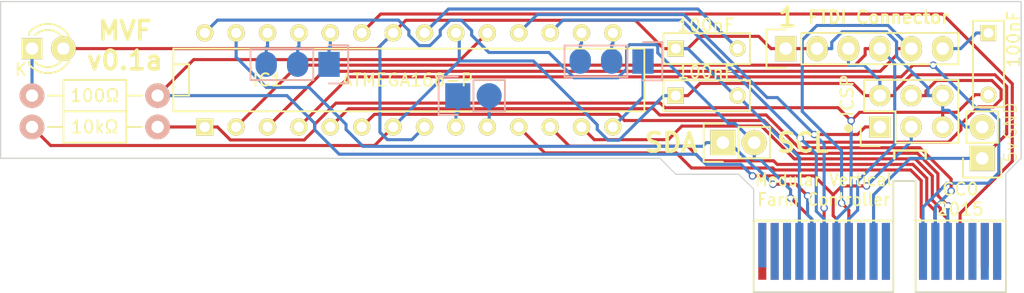
<source format=kicad_pcb>
(kicad_pcb (version 4) (host pcbnew "(2015-05-30 BZR 5691)-product")

  (general
    (links 53)
    (no_connects 0)
    (area 93.273999 108.99 179.211619 132.998461)
    (thickness 1.6)
    (drawings 30)
    (tracks 336)
    (zones 0)
    (modules 15)
    (nets 48)
  )

  (page USLetter)
  (layers
    (0 F.Cu signal)
    (31 B.Cu signal)
    (32 B.Adhes user)
    (33 F.Adhes user)
    (34 B.Paste user)
    (35 F.Paste user)
    (36 B.SilkS user)
    (37 F.SilkS user)
    (38 B.Mask user)
    (39 F.Mask user)
    (40 Dwgs.User user)
    (41 Cmts.User user)
    (42 Eco1.User user)
    (43 Eco2.User user)
    (44 Edge.Cuts user)
    (45 Margin user)
    (46 B.CrtYd user)
    (47 F.CrtYd user)
    (48 B.Fab user)
    (49 F.Fab user)
  )

  (setup
    (last_trace_width 0.25)
    (trace_clearance 0.17)
    (zone_clearance 0.508)
    (zone_45_only no)
    (trace_min 0.2)
    (segment_width 0.2)
    (edge_width 0.1)
    (via_size 0.5)
    (via_drill 0.4)
    (via_min_size 0.4)
    (via_min_drill 0.3)
    (uvia_size 0.3)
    (uvia_drill 0.1)
    (uvias_allowed no)
    (uvia_min_size 0.2)
    (uvia_min_drill 0.1)
    (pcb_text_width 0.3)
    (pcb_text_size 1.5 1.5)
    (mod_edge_width 0.15)
    (mod_text_size 1 1)
    (mod_text_width 0.15)
    (pad_size 1.5 1.5)
    (pad_drill 0.6)
    (pad_to_mask_clearance 0)
    (aux_axis_origin 93.218 109.22)
    (grid_origin 93.218 109.22)
    (visible_elements FFFFFF7F)
    (pcbplotparams
      (layerselection 0x010f0_80000001)
      (usegerberextensions true)
      (excludeedgelayer true)
      (linewidth 0.020000)
      (plotframeref false)
      (viasonmask false)
      (mode 1)
      (useauxorigin false)
      (hpglpennumber 1)
      (hpglpenspeed 20)
      (hpglpendiameter 15)
      (hpglpenoverlay 2)
      (psnegative false)
      (psa4output false)
      (plotreference true)
      (plotvalue true)
      (plotinvisibletext false)
      (padsonsilk false)
      (subtractmaskfromsilk false)
      (outputformat 1)
      (mirror false)
      (drillshape 0)
      (scaleselection 1)
      (outputdirectory ../../../Desktop/module_gerber/))
  )

  (net 0 "")
  (net 1 GND)
  (net 2 "Net-(C1-Pad2)")
  (net 3 VCC)
  (net 4 "Net-(C3-Pad1)")
  (net 5 "Net-(C3-Pad2)")
  (net 6 "Net-(D1-Pad1)")
  (net 7 "Net-(IC1-Pad2)")
  (net 8 "Net-(IC1-Pad3)")
  (net 9 "Net-(IC1-Pad4)")
  (net 10 "Net-(IC1-Pad5)")
  (net 11 "Net-(IC1-Pad6)")
  (net 12 "Net-(IC1-Pad9)")
  (net 13 "Net-(IC1-Pad10)")
  (net 14 "Net-(IC1-Pad11)")
  (net 15 "Net-(IC1-Pad12)")
  (net 16 "Net-(IC1-Pad13)")
  (net 17 "Net-(IC1-Pad14)")
  (net 18 "Net-(IC1-Pad15)")
  (net 19 "Net-(IC1-Pad16)")
  (net 20 "Net-(IC1-Pad17)")
  (net 21 "Net-(IC1-Pad18)")
  (net 22 "Net-(IC1-Pad19)")
  (net 23 "Net-(IC1-Pad23)")
  (net 24 "Net-(IC1-Pad24)")
  (net 25 "Net-(IC1-Pad25)")
  (net 26 "Net-(IC1-Pad26)")
  (net 27 "Net-(IC1-Pad27)")
  (net 28 "Net-(IC1-Pad28)")
  (net 29 "Net-(J1-PadB1)")
  (net 30 "Net-(J1-PadB2)")
  (net 31 "Net-(J1-PadB3)")
  (net 32 "Net-(J1-PadB4)")
  (net 33 "Net-(J1-PadB9)")
  (net 34 "Net-(J1-PadB10)")
  (net 35 "Net-(J1-PadB11)")
  (net 36 "Net-(J1-PadB16)")
  (net 37 "Net-(J1-PadB17)")
  (net 38 "Net-(J1-PadB18)")
  (net 39 +12V)
  (net 40 "Net-(J1-PadA2)")
  (net 41 "Net-(J1-PadA3)")
  (net 42 "Net-(J1-PadA9)")
  (net 43 "Net-(J1-PadA11)")
  (net 44 "Net-(J1-PadA15)")
  (net 45 "Net-(J1-PadA16)")
  (net 46 "Net-(J1-PadA17)")
  (net 47 "Net-(J1-PadA18)")

  (net_class Default "This is the default net class."
    (clearance 0.17)
    (trace_width 0.25)
    (via_dia 0.5)
    (via_drill 0.4)
    (uvia_dia 0.3)
    (uvia_drill 0.1)
    (add_net +12V)
    (add_net GND)
    (add_net "Net-(C1-Pad2)")
    (add_net "Net-(C3-Pad1)")
    (add_net "Net-(C3-Pad2)")
    (add_net "Net-(D1-Pad1)")
    (add_net "Net-(IC1-Pad10)")
    (add_net "Net-(IC1-Pad11)")
    (add_net "Net-(IC1-Pad12)")
    (add_net "Net-(IC1-Pad13)")
    (add_net "Net-(IC1-Pad14)")
    (add_net "Net-(IC1-Pad15)")
    (add_net "Net-(IC1-Pad16)")
    (add_net "Net-(IC1-Pad17)")
    (add_net "Net-(IC1-Pad18)")
    (add_net "Net-(IC1-Pad19)")
    (add_net "Net-(IC1-Pad2)")
    (add_net "Net-(IC1-Pad23)")
    (add_net "Net-(IC1-Pad24)")
    (add_net "Net-(IC1-Pad25)")
    (add_net "Net-(IC1-Pad26)")
    (add_net "Net-(IC1-Pad27)")
    (add_net "Net-(IC1-Pad28)")
    (add_net "Net-(IC1-Pad3)")
    (add_net "Net-(IC1-Pad4)")
    (add_net "Net-(IC1-Pad5)")
    (add_net "Net-(IC1-Pad6)")
    (add_net "Net-(IC1-Pad9)")
    (add_net "Net-(J1-PadA11)")
    (add_net "Net-(J1-PadA15)")
    (add_net "Net-(J1-PadA16)")
    (add_net "Net-(J1-PadA17)")
    (add_net "Net-(J1-PadA18)")
    (add_net "Net-(J1-PadA2)")
    (add_net "Net-(J1-PadA3)")
    (add_net "Net-(J1-PadA9)")
    (add_net "Net-(J1-PadB1)")
    (add_net "Net-(J1-PadB10)")
    (add_net "Net-(J1-PadB11)")
    (add_net "Net-(J1-PadB16)")
    (add_net "Net-(J1-PadB17)")
    (add_net "Net-(J1-PadB18)")
    (add_net "Net-(J1-PadB2)")
    (add_net "Net-(J1-PadB3)")
    (add_net "Net-(J1-PadB4)")
    (add_net "Net-(J1-PadB9)")
    (add_net VCC)
  )

  (module Capacitors_ThroughHole:C_Rect_L7_W2.5_P5 (layer F.Cu) (tedit 553D58E0) (tstamp 553D0F41)
    (at 147.934 113.024)
    (descr "Film Capacitor Length 7mm x Width 2.5mm, Pitch 5mm")
    (tags Capacitor)
    (path /553C1C2E)
    (fp_text reference C1 (at 2.5 -2.5) (layer F.SilkS) hide
      (effects (font (size 1 1) (thickness 0.15)))
    )
    (fp_text value 100nF (at 2.434 -1.899) (layer F.SilkS)
      (effects (font (size 1 1) (thickness 0.15)))
    )
    (fp_line (start -1.25 -1.5) (end 6.25 -1.5) (layer F.CrtYd) (width 0.05))
    (fp_line (start 6.25 -1.5) (end 6.25 1.5) (layer F.CrtYd) (width 0.05))
    (fp_line (start 6.25 1.5) (end -1.25 1.5) (layer F.CrtYd) (width 0.05))
    (fp_line (start -1.25 1.5) (end -1.25 -1.5) (layer F.CrtYd) (width 0.05))
    (fp_line (start -1 -1.25) (end 6 -1.25) (layer F.SilkS) (width 0.15))
    (fp_line (start 6 -1.25) (end 6 1.25) (layer F.SilkS) (width 0.15))
    (fp_line (start 6 1.25) (end -1 1.25) (layer F.SilkS) (width 0.15))
    (fp_line (start -1 1.25) (end -1 -1.25) (layer F.SilkS) (width 0.15))
    (pad 1 thru_hole rect (at 0 0) (size 1.3 1.3) (drill 0.8) (layers *.Cu *.Mask F.SilkS)
      (net 1 GND))
    (pad 2 thru_hole circle (at 5 0) (size 1.3 1.3) (drill 0.8) (layers *.Cu *.Mask F.SilkS)
      (net 2 "Net-(C1-Pad2)"))
  )

  (module Capacitors_ThroughHole:C_Rect_L7_W2.5_P5 (layer F.Cu) (tedit 553D6A04) (tstamp 553D0F47)
    (at 147.934 116.834)
    (descr "Film Capacitor Length 7mm x Width 2.5mm, Pitch 5mm")
    (tags Capacitor)
    (path /553C1CE3)
    (fp_text reference C2 (at 2.5 -2.5) (layer F.SilkS) hide
      (effects (font (size 1 1) (thickness 0.15)))
    )
    (fp_text value 100nF (at 2.434 -1.899) (layer F.SilkS)
      (effects (font (size 1 1) (thickness 0.15)))
    )
    (fp_line (start -1.25 -1.5) (end 6.25 -1.5) (layer F.CrtYd) (width 0.05))
    (fp_line (start 6.25 -1.5) (end 6.25 1.5) (layer F.CrtYd) (width 0.05))
    (fp_line (start 6.25 1.5) (end -1.25 1.5) (layer F.CrtYd) (width 0.05))
    (fp_line (start -1.25 1.5) (end -1.25 -1.5) (layer F.CrtYd) (width 0.05))
    (fp_line (start -1 -1.25) (end 6 -1.25) (layer F.SilkS) (width 0.15))
    (fp_line (start 6 -1.25) (end 6 1.25) (layer F.SilkS) (width 0.15))
    (fp_line (start 6 1.25) (end -1 1.25) (layer F.SilkS) (width 0.15))
    (fp_line (start -1 1.25) (end -1 -1.25) (layer F.SilkS) (width 0.15))
    (pad 1 thru_hole rect (at 0 0) (size 1.3 1.3) (drill 0.8) (layers *.Cu *.Mask F.SilkS)
      (net 3 VCC))
    (pad 2 thru_hole circle (at 5 0) (size 1.3 1.3) (drill 0.8) (layers *.Cu *.Mask F.SilkS)
      (net 1 GND))
  )

  (module Capacitors_ThroughHole:C_Rect_L7_W2.5_P5 (layer F.Cu) (tedit 553D6FE8) (tstamp 553D0F4D)
    (at 173.228 111.76 270)
    (descr "Film Capacitor Length 7mm x Width 2.5mm, Pitch 5mm")
    (tags Capacitor)
    (path /553C1D6A)
    (fp_text reference C3 (at 2.5 -2.5 270) (layer F.SilkS) hide
      (effects (font (size 1 1) (thickness 0.15)))
    )
    (fp_text value 100nF (at 0.508 -2.032 270) (layer F.SilkS)
      (effects (font (size 1 1) (thickness 0.15)))
    )
    (fp_line (start -1.25 -1.5) (end 6.25 -1.5) (layer F.CrtYd) (width 0.05))
    (fp_line (start 6.25 -1.5) (end 6.25 1.5) (layer F.CrtYd) (width 0.05))
    (fp_line (start 6.25 1.5) (end -1.25 1.5) (layer F.CrtYd) (width 0.05))
    (fp_line (start -1.25 1.5) (end -1.25 -1.5) (layer F.CrtYd) (width 0.05))
    (fp_line (start -1 -1.25) (end 6 -1.25) (layer F.SilkS) (width 0.15))
    (fp_line (start 6 -1.25) (end 6 1.25) (layer F.SilkS) (width 0.15))
    (fp_line (start 6 1.25) (end -1 1.25) (layer F.SilkS) (width 0.15))
    (fp_line (start -1 1.25) (end -1 -1.25) (layer F.SilkS) (width 0.15))
    (pad 1 thru_hole rect (at 0 0 270) (size 1.3 1.3) (drill 0.8) (layers *.Cu *.Mask F.SilkS)
      (net 4 "Net-(C3-Pad1)"))
    (pad 2 thru_hole circle (at 5 0 270) (size 1.3 1.3) (drill 0.8) (layers *.Cu *.Mask F.SilkS)
      (net 5 "Net-(C3-Pad2)"))
  )

  (module LEDs:LED-3MM (layer F.Cu) (tedit 553D16B2) (tstamp 553D0F53)
    (at 95.864 113.024)
    (descr "LED vertical 3mm")
    (tags "LED-3MM LED 3mm")
    (path /553CD9D3)
    (fp_text reference D1 (at 1.4 3) (layer F.SilkS) hide
      (effects (font (size 1 1) (thickness 0.15)))
    )
    (fp_text value LED (at 1.27 -2.54) (layer F.Fab) hide
      (effects (font (size 1 1) (thickness 0.15)))
    )
    (fp_line (start 3.8 -2.25) (end 3.8 2.3) (layer F.CrtYd) (width 0.05))
    (fp_line (start -1.1 -2.25) (end -1.1 2.3) (layer F.CrtYd) (width 0.05))
    (fp_line (start -1.1 2.3) (end 3.8 2.3) (layer F.CrtYd) (width 0.05))
    (fp_line (start -1.1 -2.25) (end 3.8 -2.25) (layer F.CrtYd) (width 0.05))
    (fp_line (start -0.23 1.28) (end -0.23 1.06) (layer F.SilkS) (width 0.15))
    (fp_line (start -0.23 -1.32) (end -0.23 -1.07) (layer F.SilkS) (width 0.15))
    (fp_arc (start 1.27 0) (end -0.23 -1.32) (angle 110) (layer F.SilkS) (width 0.15))
    (fp_arc (start 1.27 0) (end 0.23 -1.09) (angle 93) (layer F.SilkS) (width 0.15))
    (fp_arc (start 1.28 0) (end 3.02 0.96) (angle 110) (layer F.SilkS) (width 0.15))
    (fp_arc (start 1.27 0) (end 2.44 0.94) (angle 95.5) (layer F.SilkS) (width 0.15))
    (fp_text user K (at -0.9 1.7) (layer F.SilkS)
      (effects (font (size 1 1) (thickness 0.15)))
    )
    (pad 1 thru_hole rect (at 0 0 90) (size 1.69926 1.69926) (drill 1.00076) (layers *.Cu *.Mask F.SilkS)
      (net 6 "Net-(D1-Pad1)"))
    (pad 2 thru_hole circle (at 2.54 0) (size 1.99898 1.99898) (drill 1.00076) (layers *.Cu *.Mask F.SilkS)
      (net 1 GND))
    (model LEDs.3dshapes/LED-3MM.wrl
      (at (xyz 0.05 0 0))
      (scale (xyz 1 1 1))
      (rotate (xyz 0 0 180))
    )
  )

  (module Housings_DIP:DIP-28__300 (layer F.Cu) (tedit 553D58B9) (tstamp 553D0F73)
    (at 126.344 115.564)
    (descr "28 pins DIL package, round pads, width 300mil")
    (tags DIL)
    (path /553C1A2C)
    (fp_text reference IC1 (at -11.43 0) (layer F.SilkS)
      (effects (font (size 1 1) (thickness 0.15)))
    )
    (fp_text value ATMEGA168-P (at -0.106 0.006) (layer F.SilkS)
      (effects (font (size 1 1) (thickness 0.15)))
    )
    (fp_line (start -19.05 -2.54) (end 19.05 -2.54) (layer F.SilkS) (width 0.15))
    (fp_line (start 19.05 -2.54) (end 19.05 2.54) (layer F.SilkS) (width 0.15))
    (fp_line (start 19.05 2.54) (end -19.05 2.54) (layer F.SilkS) (width 0.15))
    (fp_line (start -19.05 2.54) (end -19.05 -2.54) (layer F.SilkS) (width 0.15))
    (fp_line (start -19.05 -1.27) (end -17.78 -1.27) (layer F.SilkS) (width 0.15))
    (fp_line (start -17.78 -1.27) (end -17.78 1.27) (layer F.SilkS) (width 0.15))
    (fp_line (start -17.78 1.27) (end -19.05 1.27) (layer F.SilkS) (width 0.15))
    (pad 2 thru_hole circle (at -13.97 3.81) (size 1.397 1.397) (drill 0.8128) (layers *.Cu *.Mask F.SilkS)
      (net 7 "Net-(IC1-Pad2)"))
    (pad 3 thru_hole circle (at -11.43 3.81) (size 1.397 1.397) (drill 0.8128) (layers *.Cu *.Mask F.SilkS)
      (net 8 "Net-(IC1-Pad3)"))
    (pad 4 thru_hole circle (at -8.89 3.81) (size 1.397 1.397) (drill 0.8128) (layers *.Cu *.Mask F.SilkS)
      (net 9 "Net-(IC1-Pad4)"))
    (pad 5 thru_hole circle (at -6.35 3.81) (size 1.397 1.397) (drill 0.8128) (layers *.Cu *.Mask F.SilkS)
      (net 10 "Net-(IC1-Pad5)"))
    (pad 6 thru_hole circle (at -3.81 3.81) (size 1.397 1.397) (drill 0.8128) (layers *.Cu *.Mask F.SilkS)
      (net 11 "Net-(IC1-Pad6)"))
    (pad 7 thru_hole circle (at -1.27 3.81) (size 1.397 1.397) (drill 0.8128) (layers *.Cu *.Mask F.SilkS)
      (net 3 VCC))
    (pad 8 thru_hole circle (at 1.27 3.81) (size 1.397 1.397) (drill 0.8128) (layers *.Cu *.Mask F.SilkS)
      (net 1 GND))
    (pad 9 thru_hole circle (at 3.81 3.81) (size 1.397 1.397) (drill 0.8128) (layers *.Cu *.Mask F.SilkS)
      (net 12 "Net-(IC1-Pad9)"))
    (pad 10 thru_hole circle (at 6.35 3.81) (size 1.397 1.397) (drill 0.8128) (layers *.Cu *.Mask F.SilkS)
      (net 13 "Net-(IC1-Pad10)"))
    (pad 11 thru_hole circle (at 8.89 3.81) (size 1.397 1.397) (drill 0.8128) (layers *.Cu *.Mask F.SilkS)
      (net 14 "Net-(IC1-Pad11)"))
    (pad 12 thru_hole circle (at 11.43 3.81) (size 1.397 1.397) (drill 0.8128) (layers *.Cu *.Mask F.SilkS)
      (net 15 "Net-(IC1-Pad12)"))
    (pad 13 thru_hole circle (at 13.97 3.81) (size 1.397 1.397) (drill 0.8128) (layers *.Cu *.Mask F.SilkS)
      (net 16 "Net-(IC1-Pad13)"))
    (pad 14 thru_hole circle (at 16.51 3.81) (size 1.397 1.397) (drill 0.8128) (layers *.Cu *.Mask F.SilkS)
      (net 17 "Net-(IC1-Pad14)"))
    (pad 1 thru_hole rect (at -16.51 3.81) (size 1.397 1.397) (drill 0.8128) (layers *.Cu *.Mask F.SilkS)
      (net 5 "Net-(C3-Pad2)"))
    (pad 15 thru_hole circle (at 16.51 -3.81) (size 1.397 1.397) (drill 0.8128) (layers *.Cu *.Mask F.SilkS)
      (net 18 "Net-(IC1-Pad15)"))
    (pad 16 thru_hole circle (at 13.97 -3.81) (size 1.397 1.397) (drill 0.8128) (layers *.Cu *.Mask F.SilkS)
      (net 19 "Net-(IC1-Pad16)"))
    (pad 17 thru_hole circle (at 11.43 -3.81) (size 1.397 1.397) (drill 0.8128) (layers *.Cu *.Mask F.SilkS)
      (net 20 "Net-(IC1-Pad17)"))
    (pad 18 thru_hole circle (at 8.89 -3.81) (size 1.397 1.397) (drill 0.8128) (layers *.Cu *.Mask F.SilkS)
      (net 21 "Net-(IC1-Pad18)"))
    (pad 19 thru_hole circle (at 6.35 -3.81) (size 1.397 1.397) (drill 0.8128) (layers *.Cu *.Mask F.SilkS)
      (net 22 "Net-(IC1-Pad19)"))
    (pad 20 thru_hole circle (at 3.81 -3.81) (size 1.397 1.397) (drill 0.8128) (layers *.Cu *.Mask F.SilkS)
      (net 3 VCC))
    (pad 21 thru_hole circle (at 1.27 -3.81) (size 1.397 1.397) (drill 0.8128) (layers *.Cu *.Mask F.SilkS)
      (net 2 "Net-(C1-Pad2)"))
    (pad 22 thru_hole circle (at -1.27 -3.81) (size 1.397 1.397) (drill 0.8128) (layers *.Cu *.Mask F.SilkS)
      (net 1 GND))
    (pad 23 thru_hole circle (at -3.81 -3.81) (size 1.397 1.397) (drill 0.8128) (layers *.Cu *.Mask F.SilkS)
      (net 23 "Net-(IC1-Pad23)"))
    (pad 24 thru_hole circle (at -6.35 -3.81) (size 1.397 1.397) (drill 0.8128) (layers *.Cu *.Mask F.SilkS)
      (net 24 "Net-(IC1-Pad24)"))
    (pad 25 thru_hole circle (at -8.89 -3.81) (size 1.397 1.397) (drill 0.8128) (layers *.Cu *.Mask F.SilkS)
      (net 25 "Net-(IC1-Pad25)"))
    (pad 26 thru_hole circle (at -11.43 -3.81) (size 1.397 1.397) (drill 0.8128) (layers *.Cu *.Mask F.SilkS)
      (net 26 "Net-(IC1-Pad26)"))
    (pad 27 thru_hole circle (at -13.97 -3.81) (size 1.397 1.397) (drill 0.8128) (layers *.Cu *.Mask F.SilkS)
      (net 27 "Net-(IC1-Pad27)"))
    (pad 28 thru_hole circle (at -16.51 -3.81) (size 1.397 1.397) (drill 0.8128) (layers *.Cu *.Mask F.SilkS)
      (net 28 "Net-(IC1-Pad28)"))
    (model Sockets_DIP.3dshapes/DIP-28__300.wrl
      (at (xyz 0 0 0))
      (scale (xyz 1 1 1))
      (rotate (xyz 0 0 0))
    )
  )

  (module Pin_Headers:Pin_Header_Straight_1x06 (layer F.Cu) (tedit 553D7467) (tstamp 553D0FC7)
    (at 156.824 113.024 90)
    (descr "Through hole pin header")
    (tags "pin header")
    (path /553C7191)
    (fp_text reference P1 (at 0 -5.1 90) (layer F.SilkS) hide
      (effects (font (size 1 1) (thickness 0.15)))
    )
    (fp_text value CONN_FTDI (at 0 -3.1 90) (layer F.Fab) hide
      (effects (font (size 1 1) (thickness 0.15)))
    )
    (fp_line (start -1.75 -1.75) (end -1.75 14.45) (layer F.CrtYd) (width 0.05))
    (fp_line (start 1.75 -1.75) (end 1.75 14.45) (layer F.CrtYd) (width 0.05))
    (fp_line (start -1.75 -1.75) (end 1.75 -1.75) (layer F.CrtYd) (width 0.05))
    (fp_line (start -1.75 14.45) (end 1.75 14.45) (layer F.CrtYd) (width 0.05))
    (fp_line (start 1.27 1.27) (end 1.27 13.97) (layer F.SilkS) (width 0.15))
    (fp_line (start 1.27 13.97) (end -1.27 13.97) (layer F.SilkS) (width 0.15))
    (fp_line (start -1.27 13.97) (end -1.27 1.27) (layer F.SilkS) (width 0.15))
    (fp_line (start 1.55 -1.55) (end 1.55 0) (layer F.SilkS) (width 0.15))
    (fp_line (start 1.27 1.27) (end -1.27 1.27) (layer F.SilkS) (width 0.15))
    (fp_line (start -1.55 0) (end -1.55 -1.55) (layer F.SilkS) (width 0.15))
    (fp_line (start -1.55 -1.55) (end 1.55 -1.55) (layer F.SilkS) (width 0.15))
    (pad 1 thru_hole rect (at 0 0 90) (size 2.032 1.7272) (drill 1.016) (layers *.Cu *.Mask F.SilkS)
      (net 1 GND))
    (pad 2 thru_hole oval (at 0 2.54 90) (size 2.032 1.7272) (drill 1.016) (layers *.Cu *.Mask F.SilkS)
      (net 1 GND))
    (pad 3 thru_hole oval (at 0 5.08 90) (size 2.032 1.7272) (drill 1.016) (layers *.Cu *.Mask F.SilkS)
      (net 3 VCC))
    (pad 4 thru_hole oval (at 0 7.62 90) (size 2.032 1.7272) (drill 1.016) (layers *.Cu *.Mask F.SilkS)
      (net 7 "Net-(IC1-Pad2)"))
    (pad 5 thru_hole oval (at 0 10.16 90) (size 2.032 1.7272) (drill 1.016) (layers *.Cu *.Mask F.SilkS)
      (net 8 "Net-(IC1-Pad3)"))
    (pad 6 thru_hole oval (at 0 12.7 90) (size 2.032 1.7272) (drill 1.016) (layers *.Cu *.Mask F.SilkS)
      (net 4 "Net-(C3-Pad1)"))
    (model Pin_Headers.3dshapes/Pin_Header_Straight_1x06.wrl
      (at (xyz 0 -0.25 0))
      (scale (xyz 1 1 1))
      (rotate (xyz 0 0 90))
    )
  )

  (module Pin_Headers:Pin_Header_Straight_2x03 (layer F.Cu) (tedit 553D589F) (tstamp 553D0FD1)
    (at 164.444 119.374 90)
    (descr "Through hole pin header")
    (tags "pin header")
    (path /553C32EC)
    (fp_text reference P2 (at 0 -5.1 90) (layer F.SilkS) hide
      (effects (font (size 1 1) (thickness 0.15)))
    )
    (fp_text value ICSP (at 2.534 -2.646 90) (layer F.SilkS)
      (effects (font (size 1 1) (thickness 0.15)))
    )
    (fp_line (start -1.27 1.27) (end -1.27 6.35) (layer F.SilkS) (width 0.15))
    (fp_line (start -1.55 -1.55) (end 0 -1.55) (layer F.SilkS) (width 0.15))
    (fp_line (start -1.75 -1.75) (end -1.75 6.85) (layer F.CrtYd) (width 0.05))
    (fp_line (start 4.3 -1.75) (end 4.3 6.85) (layer F.CrtYd) (width 0.05))
    (fp_line (start -1.75 -1.75) (end 4.3 -1.75) (layer F.CrtYd) (width 0.05))
    (fp_line (start -1.75 6.85) (end 4.3 6.85) (layer F.CrtYd) (width 0.05))
    (fp_line (start 1.27 -1.27) (end 1.27 1.27) (layer F.SilkS) (width 0.15))
    (fp_line (start 1.27 1.27) (end -1.27 1.27) (layer F.SilkS) (width 0.15))
    (fp_line (start -1.27 6.35) (end 3.81 6.35) (layer F.SilkS) (width 0.15))
    (fp_line (start 3.81 6.35) (end 3.81 1.27) (layer F.SilkS) (width 0.15))
    (fp_line (start -1.55 -1.55) (end -1.55 0) (layer F.SilkS) (width 0.15))
    (fp_line (start 3.81 -1.27) (end 1.27 -1.27) (layer F.SilkS) (width 0.15))
    (fp_line (start 3.81 1.27) (end 3.81 -1.27) (layer F.SilkS) (width 0.15))
    (pad 1 thru_hole rect (at 0 0 90) (size 1.7272 1.7272) (drill 1.016) (layers *.Cu *.Mask F.SilkS)
      (net 21 "Net-(IC1-Pad18)"))
    (pad 2 thru_hole oval (at 2.54 0 90) (size 1.7272 1.7272) (drill 1.016) (layers *.Cu *.Mask F.SilkS)
      (net 3 VCC))
    (pad 3 thru_hole oval (at 0 2.54 90) (size 1.7272 1.7272) (drill 1.016) (layers *.Cu *.Mask F.SilkS)
      (net 22 "Net-(IC1-Pad19)"))
    (pad 4 thru_hole oval (at 2.54 2.54 90) (size 1.7272 1.7272) (drill 1.016) (layers *.Cu *.Mask F.SilkS)
      (net 20 "Net-(IC1-Pad17)"))
    (pad 5 thru_hole oval (at 0 5.08 90) (size 1.7272 1.7272) (drill 1.016) (layers *.Cu *.Mask F.SilkS)
      (net 5 "Net-(C3-Pad2)"))
    (pad 6 thru_hole oval (at 2.54 5.08 90) (size 1.7272 1.7272) (drill 1.016) (layers *.Cu *.Mask F.SilkS)
      (net 1 GND))
    (model Pin_Headers.3dshapes/Pin_Header_Straight_2x03.wrl
      (at (xyz 0.05 -0.1 0))
      (scale (xyz 1 1 1))
      (rotate (xyz 0 0 90))
    )
  )

  (module Pin_Headers:Pin_Header_Straight_1x02 (layer F.Cu) (tedit 553D17E2) (tstamp 553D0FD7)
    (at 151.744 120.644 90)
    (descr "Through hole pin header")
    (tags "pin header")
    (path /553C566C)
    (fp_text reference P3 (at 0 -5.1 90) (layer F.SilkS) hide
      (effects (font (size 1 1) (thickness 0.15)))
    )
    (fp_text value I2C (at 0 -3.1 90) (layer F.Fab) hide
      (effects (font (size 1 1) (thickness 0.15)))
    )
    (fp_line (start 1.27 1.27) (end 1.27 3.81) (layer F.SilkS) (width 0.15))
    (fp_line (start 1.55 -1.55) (end 1.55 0) (layer F.SilkS) (width 0.15))
    (fp_line (start -1.75 -1.75) (end -1.75 4.3) (layer F.CrtYd) (width 0.05))
    (fp_line (start 1.75 -1.75) (end 1.75 4.3) (layer F.CrtYd) (width 0.05))
    (fp_line (start -1.75 -1.75) (end 1.75 -1.75) (layer F.CrtYd) (width 0.05))
    (fp_line (start -1.75 4.3) (end 1.75 4.3) (layer F.CrtYd) (width 0.05))
    (fp_line (start 1.27 1.27) (end -1.27 1.27) (layer F.SilkS) (width 0.15))
    (fp_line (start -1.55 0) (end -1.55 -1.55) (layer F.SilkS) (width 0.15))
    (fp_line (start -1.55 -1.55) (end 1.55 -1.55) (layer F.SilkS) (width 0.15))
    (fp_line (start -1.27 1.27) (end -1.27 3.81) (layer F.SilkS) (width 0.15))
    (fp_line (start -1.27 3.81) (end 1.27 3.81) (layer F.SilkS) (width 0.15))
    (pad 1 thru_hole rect (at 0 0 90) (size 2.032 2.032) (drill 1.016) (layers *.Cu *.Mask F.SilkS)
      (net 27 "Net-(IC1-Pad27)"))
    (pad 2 thru_hole oval (at 0 2.54 90) (size 2.032 2.032) (drill 1.016) (layers *.Cu *.Mask F.SilkS)
      (net 28 "Net-(IC1-Pad28)"))
    (model Pin_Headers.3dshapes/Pin_Header_Straight_1x02.wrl
      (at (xyz 0 -0.05 0))
      (scale (xyz 1 1 1))
      (rotate (xyz 0 0 90))
    )
  )

  (module Resistors_ThroughHole:Resistor_Horizontal_RM10mm (layer F.Cu) (tedit 553D7663) (tstamp 553D0FDD)
    (at 100.944 119.374)
    (descr "Resistor, Axial,  RM 10mm, 1/3W,")
    (tags "Resistor, Axial, RM 10mm, 1/3W,")
    (path /553C204E)
    (fp_text reference R1 (at 0.24892 -3.50012) (layer F.SilkS) hide
      (effects (font (size 1 1) (thickness 0.15)))
    )
    (fp_text value 10kΩ (at 0 0) (layer F.SilkS)
      (effects (font (size 1 1) (thickness 0.15)))
    )
    (fp_line (start -2.54 -1.27) (end 2.54 -1.27) (layer F.SilkS) (width 0.15))
    (fp_line (start 2.54 -1.27) (end 2.54 1.27) (layer F.SilkS) (width 0.15))
    (fp_line (start 2.54 1.27) (end -2.54 1.27) (layer F.SilkS) (width 0.15))
    (fp_line (start -2.54 1.27) (end -2.54 -1.27) (layer F.SilkS) (width 0.15))
    (fp_line (start -2.54 0) (end -3.81 0) (layer F.SilkS) (width 0.15))
    (fp_line (start 2.54 0) (end 3.81 0) (layer F.SilkS) (width 0.15))
    (pad 1 thru_hole circle (at -5.08 0) (size 1.99898 1.99898) (drill 1.00076) (layers *.Cu *.SilkS *.Mask)
      (net 3 VCC))
    (pad 2 thru_hole circle (at 5.08 0) (size 1.99898 1.99898) (drill 1.00076) (layers *.Cu *.SilkS *.Mask)
      (net 5 "Net-(C3-Pad2)"))
    (model Resistors_ThroughHole.3dshapes/Resistor_Horizontal_RM10mm.wrl
      (at (xyz 0 0 0))
      (scale (xyz 0.4 0.4 0.4))
      (rotate (xyz 0 0 0))
    )
  )

  (module Resistors_ThroughHole:Resistor_Horizontal_RM10mm (layer F.Cu) (tedit 553D765E) (tstamp 553D0FE3)
    (at 100.944 116.834)
    (descr "Resistor, Axial,  RM 10mm, 1/3W,")
    (tags "Resistor, Axial, RM 10mm, 1/3W,")
    (path /553C2C50)
    (fp_text reference R2 (at 0.24892 -3.50012) (layer F.SilkS) hide
      (effects (font (size 1 1) (thickness 0.15)))
    )
    (fp_text value 100Ω (at 0 0) (layer F.SilkS)
      (effects (font (size 1 1) (thickness 0.15)))
    )
    (fp_line (start -2.54 -1.27) (end 2.54 -1.27) (layer F.SilkS) (width 0.15))
    (fp_line (start 2.54 -1.27) (end 2.54 1.27) (layer F.SilkS) (width 0.15))
    (fp_line (start 2.54 1.27) (end -2.54 1.27) (layer F.SilkS) (width 0.15))
    (fp_line (start -2.54 1.27) (end -2.54 -1.27) (layer F.SilkS) (width 0.15))
    (fp_line (start -2.54 0) (end -3.81 0) (layer F.SilkS) (width 0.15))
    (fp_line (start 2.54 0) (end 3.81 0) (layer F.SilkS) (width 0.15))
    (pad 1 thru_hole circle (at -5.08 0) (size 1.99898 1.99898) (drill 1.00076) (layers *.Cu *.SilkS *.Mask)
      (net 6 "Net-(D1-Pad1)"))
    (pad 2 thru_hole circle (at 5.08 0) (size 1.99898 1.99898) (drill 1.00076) (layers *.Cu *.SilkS *.Mask)
      (net 22 "Net-(IC1-Pad19)"))
    (model Resistors_ThroughHole.3dshapes/Resistor_Horizontal_RM10mm.wrl
      (at (xyz 0 0 0))
      (scale (xyz 0.4 0.4 0.4))
      (rotate (xyz 0 0 0))
    )
  )

  (module smd3:Pin_Header_SMD_1x03 (layer B.Cu) (tedit 553D4CE1) (tstamp 553D4AAD)
    (at 119.888 114.3 90)
    (descr "Through hole pin header")
    (tags "pin header")
    (path /553D4B9D)
    (fp_text reference P9 (at 0 5.1 90) (layer B.SilkS) hide
      (effects (font (size 1 1) (thickness 0.15)) (justify mirror))
    )
    (fp_text value CONN_01X03 (at 0 3.1 90) (layer B.Fab) hide
      (effects (font (size 1 1) (thickness 0.15)) (justify mirror))
    )
    (fp_line (start -1.75 1.75) (end -1.75 -6.85) (layer B.CrtYd) (width 0.05))
    (fp_line (start 1.75 1.75) (end 1.75 -6.85) (layer B.CrtYd) (width 0.05))
    (fp_line (start -1.75 1.75) (end 1.75 1.75) (layer B.CrtYd) (width 0.05))
    (fp_line (start -1.75 -6.85) (end 1.75 -6.85) (layer B.CrtYd) (width 0.05))
    (fp_line (start -1.27 -1.27) (end -1.27 -6.35) (layer B.SilkS) (width 0.15))
    (fp_line (start -1.27 -6.35) (end 1.27 -6.35) (layer B.SilkS) (width 0.15))
    (fp_line (start 1.27 -6.35) (end 1.27 -1.27) (layer B.SilkS) (width 0.15))
    (fp_line (start 1.55 1.55) (end 1.55 0) (layer B.SilkS) (width 0.15))
    (fp_line (start 1.27 -1.27) (end -1.27 -1.27) (layer B.SilkS) (width 0.15))
    (fp_line (start -1.55 0) (end -1.55 1.55) (layer B.SilkS) (width 0.15))
    (fp_line (start -1.55 1.55) (end 1.55 1.55) (layer B.SilkS) (width 0.15))
    (pad 1 smd rect (at 0 0 90) (size 2.032 1.7272) (layers B.Cu B.Paste B.Mask)
      (net 24 "Net-(IC1-Pad24)"))
    (pad 2 smd oval (at 0 -2.54 90) (size 2.032 1.7272) (layers B.Cu B.Paste B.Mask)
      (net 25 "Net-(IC1-Pad25)"))
    (pad 3 smd oval (at 0 -5.08 90) (size 2.032 1.7272) (layers B.Cu B.Paste B.Mask)
      (net 26 "Net-(IC1-Pad26)"))
    (model Pin_Headers.3dshapes/Pin_Header_Straight_1x03.wrl
      (at (xyz 0 -0.1 0))
      (scale (xyz 1 1 1))
      (rotate (xyz 0 0 90))
    )
  )

  (module smd3:Pin_Header_SMD_1x03 (layer B.Cu) (tedit 553D5199) (tstamp 553D4CC5)
    (at 145.288 114.046 90)
    (descr "Through hole pin header")
    (tags "pin header")
    (path /553D7CCC)
    (fp_text reference P10 (at 0 5.1 90) (layer B.SilkS) hide
      (effects (font (size 1 1) (thickness 0.15)) (justify mirror))
    )
    (fp_text value CONN_01X03 (at 0 3.1 90) (layer B.Fab) hide
      (effects (font (size 1 1) (thickness 0.15)) (justify mirror))
    )
    (fp_line (start -1.75 1.75) (end -1.75 -6.85) (layer B.CrtYd) (width 0.05))
    (fp_line (start 1.75 1.75) (end 1.75 -6.85) (layer B.CrtYd) (width 0.05))
    (fp_line (start -1.75 1.75) (end 1.75 1.75) (layer B.CrtYd) (width 0.05))
    (fp_line (start -1.75 -6.85) (end 1.75 -6.85) (layer B.CrtYd) (width 0.05))
    (fp_line (start -1.27 -1.27) (end -1.27 -6.35) (layer B.SilkS) (width 0.15))
    (fp_line (start -1.27 -6.35) (end 1.27 -6.35) (layer B.SilkS) (width 0.15))
    (fp_line (start 1.27 -6.35) (end 1.27 -1.27) (layer B.SilkS) (width 0.15))
    (fp_line (start 1.55 1.55) (end 1.55 0) (layer B.SilkS) (width 0.15))
    (fp_line (start 1.27 -1.27) (end -1.27 -1.27) (layer B.SilkS) (width 0.15))
    (fp_line (start -1.55 0) (end -1.55 1.55) (layer B.SilkS) (width 0.15))
    (fp_line (start -1.55 1.55) (end 1.55 1.55) (layer B.SilkS) (width 0.15))
    (pad 1 smd rect (at 0 0 90) (size 2.032 1.7272) (layers B.Cu B.Paste B.Mask)
      (net 17 "Net-(IC1-Pad14)"))
    (pad 2 smd oval (at 0 -2.54 90) (size 2.032 1.7272) (layers B.Cu B.Paste B.Mask)
      (net 18 "Net-(IC1-Pad15)"))
    (pad 3 smd oval (at 0 -5.08 90) (size 2.032 1.7272) (layers B.Cu B.Paste B.Mask)
      (net 19 "Net-(IC1-Pad16)"))
    (model Pin_Headers.3dshapes/Pin_Header_Straight_1x03.wrl
      (at (xyz 0 -0.1 0))
      (scale (xyz 1 1 1))
      (rotate (xyz 0 0 90))
    )
  )

  (module smd3:Pin_Header_SMD_1x02 (layer B.Cu) (tedit 553D4CD8) (tstamp 553D4CCB)
    (at 130.302 116.84 270)
    (descr "Through hole pin header")
    (tags "pin header")
    (path /553D7E9D)
    (fp_text reference P11 (at 0 5.1 270) (layer B.SilkS) hide
      (effects (font (size 1 1) (thickness 0.15)) (justify mirror))
    )
    (fp_text value CONN_01X02 (at 0 3.1 270) (layer B.Fab) hide
      (effects (font (size 1 1) (thickness 0.15)) (justify mirror))
    )
    (fp_line (start 1.27 -1.27) (end 1.27 -3.81) (layer B.SilkS) (width 0.15))
    (fp_line (start 1.55 1.55) (end 1.55 0) (layer B.SilkS) (width 0.15))
    (fp_line (start -1.75 1.75) (end -1.75 -4.3) (layer B.CrtYd) (width 0.05))
    (fp_line (start 1.75 1.75) (end 1.75 -4.3) (layer B.CrtYd) (width 0.05))
    (fp_line (start -1.75 1.75) (end 1.75 1.75) (layer B.CrtYd) (width 0.05))
    (fp_line (start -1.75 -4.3) (end 1.75 -4.3) (layer B.CrtYd) (width 0.05))
    (fp_line (start 1.27 -1.27) (end -1.27 -1.27) (layer B.SilkS) (width 0.15))
    (fp_line (start -1.55 0) (end -1.55 1.55) (layer B.SilkS) (width 0.15))
    (fp_line (start -1.55 1.55) (end 1.55 1.55) (layer B.SilkS) (width 0.15))
    (fp_line (start -1.27 -1.27) (end -1.27 -3.81) (layer B.SilkS) (width 0.15))
    (fp_line (start -1.27 -3.81) (end 1.27 -3.81) (layer B.SilkS) (width 0.15))
    (pad 1 smd rect (at 0 0 270) (size 2.032 2.032) (layers B.Cu B.Paste B.Mask)
      (net 12 "Net-(IC1-Pad9)"))
    (pad 2 smd oval (at 0 -2.54 270) (size 2.032 2.032) (layers B.Cu B.Paste B.Mask)
      (net 13 "Net-(IC1-Pad10)"))
    (model Pin_Headers.3dshapes/Pin_Header_Straight_1x02.wrl
      (at (xyz 0 -0.05 0))
      (scale (xyz 1 1 1))
      (rotate (xyz 0 0 90))
    )
  )

  (module smd3:PCI-EXPRESS_NOROUNDED (layer F.Cu) (tedit 553D582B) (tstamp 553D0FBD)
    (at 164.434 129.454)
    (path /553CC9BF)
    (fp_text reference J1 (at -4.445 -3.81) (layer F.SilkS) hide
      (effects (font (size 1 1) (thickness 0.15)))
    )
    (fp_text value PCI_LIKE_MODVFARM (at 6.985 -3.81) (layer F.Fab) hide
      (effects (font (size 1 1) (thickness 0.15)))
    )
    (fp_line (start 1.09982 -2.49936) (end 1.09982 -5.69976) (layer F.SilkS) (width 0.15))
    (fp_line (start 1.09982 -5.69976) (end 2.90068 -5.69976) (layer F.SilkS) (width 0.15))
    (fp_line (start 2.90068 -5.69976) (end 2.90068 -2.49936) (layer F.SilkS) (width 0.15))
    (fp_line (start -10.20064 -2.49936) (end 1.09982 -2.49936) (layer F.SilkS) (width 0.15))
    (fp_line (start 1.09982 -2.49936) (end 1.09982 3.29946) (layer F.SilkS) (width 0.15))
    (fp_line (start 1.09982 3.29946) (end -10.20064 3.29946) (layer F.SilkS) (width 0.15))
    (fp_line (start -10.20064 3.29946) (end -10.20064 -2.49936) (layer F.SilkS) (width 0.15))
    (fp_line (start 10.20064 -2.49936) (end 2.90068 -2.49936) (layer F.SilkS) (width 0.15))
    (fp_line (start 2.90068 3.29946) (end 10.20064 3.29946) (layer F.SilkS) (width 0.15))
    (fp_line (start 2.90068 -2.49936) (end 2.90068 3.29946) (layer F.SilkS) (width 0.15))
    (fp_line (start 10.20064 -2.49936) (end 10.20064 3.29946) (layer F.SilkS) (width 0.15))
    (pad B1 connect rect (at -9.4996 0) (size 0.65024 4.59994) (layers F.Cu F.Mask)
      (net 29 "Net-(J1-PadB1)"))
    (pad B2 connect rect (at -8.49884 0) (size 0.65024 4.59994) (layers F.Cu F.Mask)
      (net 30 "Net-(J1-PadB2)"))
    (pad B3 connect rect (at -7.50062 0) (size 0.65024 4.59994) (layers F.Cu F.Mask)
      (net 31 "Net-(J1-PadB3)"))
    (pad B4 connect rect (at -6.49986 0) (size 0.65024 4.59994) (layers F.Cu F.Mask)
      (net 32 "Net-(J1-PadB4)"))
    (pad B5 connect rect (at -5.4991 0) (size 0.65024 4.59994) (layers F.Cu F.Mask)
      (net 28 "Net-(IC1-Pad28)"))
    (pad B6 connect rect (at -4.50088 0) (size 0.65024 4.59994) (layers F.Cu F.Mask)
      (net 21 "Net-(IC1-Pad18)"))
    (pad B7 connect rect (at -3.50012 0) (size 0.65024 4.59994) (layers F.Cu F.Mask)
      (net 22 "Net-(IC1-Pad19)"))
    (pad B8 connect rect (at -2.49936 0) (size 0.65024 4.59994) (layers F.Cu F.Mask)
      (net 8 "Net-(IC1-Pad3)"))
    (pad B9 connect rect (at -1.50114 0) (size 0.65024 4.59994) (layers F.Cu F.Mask)
      (net 33 "Net-(J1-PadB9)"))
    (pad B10 connect rect (at -0.50038 0) (size 0.65024 4.59994) (layers F.Cu F.Mask)
      (net 34 "Net-(J1-PadB10)"))
    (pad B11 connect rect (at 0.50038 0) (size 0.65024 4.59994) (layers F.Cu F.Mask)
      (net 35 "Net-(J1-PadB11)"))
    (pad B14 connect rect (at 5.4991 0) (size 0.65024 4.59994) (layers F.Cu F.Mask)
      (net 16 "Net-(IC1-Pad13)"))
    (pad B15 connect rect (at 6.49986 0) (size 0.65024 4.59994) (layers F.Cu F.Mask)
      (net 23 "Net-(IC1-Pad23)"))
    (pad B16 connect rect (at 7.50062 0) (size 0.65024 4.59994) (layers F.Cu F.Mask)
      (net 36 "Net-(J1-PadB16)"))
    (pad B17 connect rect (at 8.49884 -0.50038) (size 0.65024 3.59918) (layers F.Cu F.Mask)
      (net 37 "Net-(J1-PadB17)"))
    (pad B18 connect rect (at 9.4996 0) (size 0.65024 4.59994) (layers F.Cu F.Mask)
      (net 38 "Net-(J1-PadB18)"))
    (pad B12 connect rect (at 3.50012 0) (size 0.65024 4.59994) (layers F.Cu F.Mask)
      (net 14 "Net-(IC1-Pad11)"))
    (pad B13 connect rect (at 4.50088 0) (size 0.65024 4.59994) (layers F.Cu F.Mask)
      (net 15 "Net-(IC1-Pad12)"))
    (pad A1 connect rect (at -9.4996 -0.50038) (size 0.65024 3.59918) (layers B.Cu B.Mask)
      (net 39 +12V))
    (pad A2 connect rect (at -8.49884 0) (size 0.65024 4.59994) (layers B.Cu B.Mask)
      (net 40 "Net-(J1-PadA2)"))
    (pad A3 connect rect (at -7.50062 0) (size 0.65024 4.59994) (layers B.Cu B.Mask)
      (net 41 "Net-(J1-PadA3)"))
    (pad A4 connect rect (at -6.49986 0) (size 0.65024 4.59994) (layers B.Cu B.Mask)
      (net 1 GND))
    (pad A5 connect rect (at -5.4991 0) (size 0.65024 4.59994) (layers B.Cu B.Mask)
      (net 27 "Net-(IC1-Pad27)"))
    (pad A6 connect rect (at -4.50088 0) (size 0.65024 4.59994) (layers B.Cu B.Mask)
      (net 20 "Net-(IC1-Pad17)"))
    (pad A7 connect rect (at -3.50012 0) (size 0.65024 4.59994) (layers B.Cu B.Mask)
      (net 5 "Net-(C3-Pad2)"))
    (pad A8 connect rect (at -2.49936 0) (size 0.65024 4.59994) (layers B.Cu B.Mask)
      (net 7 "Net-(IC1-Pad2)"))
    (pad A9 connect rect (at -1.50114 0) (size 0.65024 4.59994) (layers B.Cu B.Mask)
      (net 42 "Net-(J1-PadA9)"))
    (pad A10 connect rect (at -0.50038 0) (size 0.65024 4.59994) (layers B.Cu B.Mask)
      (net 3 VCC))
    (pad A11 connect rect (at 0.50038 0) (size 0.65024 4.59994) (layers B.Cu B.Mask)
      (net 43 "Net-(J1-PadA11)"))
    (pad A14 connect rect (at 5.4991 0) (size 0.65024 4.59994) (layers B.Cu B.Mask)
      (net 11 "Net-(IC1-Pad6)"))
    (pad A15 connect rect (at 6.49986 0) (size 0.65024 4.59994) (layers B.Cu B.Mask)
      (net 44 "Net-(J1-PadA15)"))
    (pad A16 connect rect (at 7.50062 0) (size 0.65024 4.59994) (layers B.Cu B.Mask)
      (net 45 "Net-(J1-PadA16)"))
    (pad A17 connect rect (at 8.49884 0) (size 0.65024 4.59994) (layers B.Cu B.Mask)
      (net 46 "Net-(J1-PadA17)"))
    (pad A18 connect rect (at 9.4996 0) (size 0.65024 4.59994) (layers B.Cu B.Mask)
      (net 47 "Net-(J1-PadA18)"))
    (pad A12 connect rect (at 3.50012 0) (size 0.65024 4.59994) (layers B.Cu B.Mask)
      (net 9 "Net-(IC1-Pad4)"))
    (pad A13 connect rect (at 4.50088 0) (size 0.65024 4.59994) (layers B.Cu B.Mask)
      (net 10 "Net-(IC1-Pad5)"))
  )

  (module Pin_Headers:Pin_Header_Straight_1x02 (layer F.Cu) (tedit 553D745E) (tstamp 553D706D)
    (at 172.72 121.92 180)
    (descr "Through hole pin header")
    (tags "pin header")
    (path /553D8C1A)
    (fp_text reference P4 (at 0 -5.1 180) (layer F.SilkS) hide
      (effects (font (size 1 1) (thickness 0.15)))
    )
    (fp_text value CONN_01X02 (at 0 -3.1 180) (layer F.Fab) hide
      (effects (font (size 1 1) (thickness 0.15)))
    )
    (fp_line (start 1.27 1.27) (end 1.27 3.81) (layer F.SilkS) (width 0.15))
    (fp_line (start 1.55 -1.55) (end 1.55 0) (layer F.SilkS) (width 0.15))
    (fp_line (start -1.75 -1.75) (end -1.75 4.3) (layer F.CrtYd) (width 0.05))
    (fp_line (start 1.75 -1.75) (end 1.75 4.3) (layer F.CrtYd) (width 0.05))
    (fp_line (start -1.75 -1.75) (end 1.75 -1.75) (layer F.CrtYd) (width 0.05))
    (fp_line (start -1.75 4.3) (end 1.75 4.3) (layer F.CrtYd) (width 0.05))
    (fp_line (start 1.27 1.27) (end -1.27 1.27) (layer F.SilkS) (width 0.15))
    (fp_line (start -1.55 0) (end -1.55 -1.55) (layer F.SilkS) (width 0.15))
    (fp_line (start -1.55 -1.55) (end 1.55 -1.55) (layer F.SilkS) (width 0.15))
    (fp_line (start -1.27 1.27) (end -1.27 3.81) (layer F.SilkS) (width 0.15))
    (fp_line (start -1.27 3.81) (end 1.27 3.81) (layer F.SilkS) (width 0.15))
    (pad 1 thru_hole rect (at 0 0 180) (size 2.032 2.032) (drill 1.016) (layers *.Cu *.Mask F.SilkS)
      (net 3 VCC))
    (pad 2 thru_hole oval (at 0 2.54 180) (size 2.032 2.032) (drill 1.016) (layers *.Cu *.Mask F.SilkS)
      (net 1 GND))
    (model Pin_Headers.3dshapes/Pin_Header_Straight_1x02.wrl
      (at (xyz 0 -0.05 0))
      (scale (xyz 1 1 1))
      (rotate (xyz 0 0 90))
    )
  )

  (gr_text "FTDI Connector" (at 164.338 110.49) (layer F.SilkS)
    (effects (font (size 1 1) (thickness 0.2)))
  )
  (gr_text GND (at 175.006 118.872 90) (layer F.SilkS)
    (effects (font (size 1 1) (thickness 0.1)))
  )
  (gr_text 5v (at 175.006 121.412 90) (layer F.SilkS)
    (effects (font (size 1 1) (thickness 0.1)))
  )
  (gr_line (start 165.608 121.285) (end 165.608 121.92) (angle 90) (layer F.SilkS) (width 0.2))
  (gr_line (start 168.148 121.285) (end 165.608 121.285) (angle 90) (layer F.SilkS) (width 0.2))
  (gr_line (start 168.148 121.92) (end 168.148 121.285) (angle 90) (layer F.SilkS) (width 0.2))
  (gr_text "CC0\n2015" (at 170.942 125.222) (layer F.SilkS)
    (effects (font (size 1 1) (thickness 0.15)))
  )
  (gr_text "Modular Vertical\nFarm Controller" (at 159.893 124.46) (layer F.SilkS)
    (effects (font (size 1 0.9) (thickness 0.15)))
  )
  (gr_text "MVF\nv0.1a" (at 103.378 112.776) (layer F.SilkS)
    (effects (font (size 1.5 1.5) (thickness 0.3)))
  )
  (gr_line (start 174.634 123.154) (end 174.634 126.504) (angle 90) (layer Edge.Cuts) (width 0.1))
  (gr_line (start 175.874 121.904) (end 174.634 123.154) (angle 90) (layer Edge.Cuts) (width 0.1))
  (gr_line (start 154.234 126.404) (end 154.234 124.404) (angle 90) (layer Edge.Cuts) (width 0.1))
  (gr_line (start 153.014 123.204) (end 154.234 124.404) (angle 90) (layer Edge.Cuts) (width 0.1))
  (gr_line (start 154.234 132.754) (end 154.234 126.404) (angle 90) (layer Edge.Cuts) (width 0.1))
  (gr_line (start 165.534 132.754) (end 154.234 132.754) (angle 90) (layer Edge.Cuts) (width 0.1))
  (gr_line (start 165.534 123.754) (end 165.534 132.754) (angle 90) (layer Edge.Cuts) (width 0.1))
  (gr_line (start 167.334 123.754) (end 165.534 123.754) (angle 90) (layer Edge.Cuts) (width 0.1))
  (gr_line (start 167.334 132.754) (end 167.334 123.754) (angle 90) (layer Edge.Cuts) (width 0.1))
  (gr_line (start 174.634 132.754) (end 167.334 132.754) (angle 90) (layer Edge.Cuts) (width 0.1))
  (gr_line (start 174.634 126.504) (end 174.634 132.754) (angle 90) (layer Edge.Cuts) (width 0.1))
  (gr_line (start 93.324 109.214) (end 175.874 109.214) (angle 90) (layer Edge.Cuts) (width 0.1))
  (gr_line (start 175.874 121.914) (end 175.874 109.214) (angle 90) (layer Edge.Cuts) (width 0.1))
  (gr_line (start 147.934 123.204) (end 153.014 123.204) (angle 90) (layer Edge.Cuts) (width 0.1))
  (gr_line (start 146.664 121.914) (end 147.934 123.204) (angle 90) (layer Edge.Cuts) (width 0.1))
  (gr_line (start 93.324 121.914) (end 146.664 121.914) (angle 90) (layer Edge.Cuts) (width 0.1))
  (gr_line (start 93.324 109.214) (end 93.324 121.914) (angle 90) (layer Edge.Cuts) (width 0.1))
  (gr_text • (at 161.904 119.374) (layer F.SilkS)
    (effects (font (size 1.5 1.5) (thickness 0.3)))
  )
  (gr_text SDA (at 149.86 120.65) (layer F.SilkS)
    (effects (font (size 1.5 1.5) (thickness 0.3)) (justify right))
  )
  (gr_text SCL (at 155.956 120.65) (layer F.SilkS)
    (effects (font (size 1.5 1.5) (thickness 0.3)) (justify left))
  )
  (gr_text 1 (at 156.972 110.49) (layer F.SilkS)
    (effects (font (size 1.5 1.5) (thickness 0.3)))
  )

  (segment (start 125.074 111.754) (end 124.0041 112.8239) (width 0.25) (layer B.Cu) (net 1))
  (segment (start 124.0041 112.8239) (end 124.0041 119.7976) (width 0.25) (layer B.Cu) (net 1))
  (segment (start 124.0041 119.7976) (end 124.6124 120.4059) (width 0.25) (layer B.Cu) (net 1))
  (segment (start 124.6124 120.4059) (end 126.5821 120.4059) (width 0.25) (layer B.Cu) (net 1))
  (segment (start 126.5821 120.4059) (end 127.614 119.374) (width 0.25) (layer B.Cu) (net 1))
  (segment (start 125.074 111.754) (end 126.0995 110.7285) (width 0.25) (layer F.Cu) (net 1))
  (segment (start 126.0995 110.7285) (end 144.6632 110.7285) (width 0.25) (layer F.Cu) (net 1))
  (segment (start 144.6632 110.7285) (end 146.9587 113.024) (width 0.25) (layer F.Cu) (net 1))
  (segment (start 169.524 116.834) (end 168.3351 116.834) (width 0.25) (layer B.Cu) (net 1))
  (segment (start 159.364 113.024) (end 160.5529 113.024) (width 0.25) (layer B.Cu) (net 1))
  (segment (start 160.5529 113.024) (end 160.5529 112.5039) (width 0.25) (layer B.Cu) (net 1))
  (segment (start 160.5529 112.5039) (end 161.3925 111.6643) (width 0.25) (layer B.Cu) (net 1))
  (segment (start 161.3925 111.6643) (end 164.9874 111.6643) (width 0.25) (layer B.Cu) (net 1))
  (segment (start 164.9874 111.6643) (end 165.7951 112.472) (width 0.25) (layer B.Cu) (net 1))
  (segment (start 165.7951 112.472) (end 165.7951 113.6689) (width 0.25) (layer B.Cu) (net 1))
  (segment (start 165.7951 113.6689) (end 168.3351 116.2089) (width 0.25) (layer B.Cu) (net 1))
  (segment (start 168.3351 116.2089) (end 168.3351 116.834) (width 0.25) (layer B.Cu) (net 1))
  (segment (start 157.9341 129.454) (end 157.9341 126.8287) (width 0.25) (layer B.Cu) (net 1))
  (segment (start 157.9341 126.8287) (end 157.9341 121.8341) (width 0.25) (layer B.Cu) (net 1))
  (segment (start 157.9341 121.8341) (end 152.934 116.834) (width 0.25) (layer B.Cu) (net 1))
  (segment (start 152.934 116.834) (end 152.7193 116.834) (width 0.25) (layer B.Cu) (net 1))
  (segment (start 152.7193 116.834) (end 148.9093 113.024) (width 0.25) (layer B.Cu) (net 1))
  (segment (start 147.934 113.024) (end 148.9093 113.024) (width 0.25) (layer B.Cu) (net 1))
  (segment (start 125.074 111.754) (end 123.804 113.024) (width 0.25) (layer F.Cu) (net 1))
  (segment (start 123.804 113.024) (end 98.404 113.024) (width 0.25) (layer F.Cu) (net 1))
  (segment (start 147.934 113.024) (end 148.9093 113.024) (width 0.25) (layer F.Cu) (net 1))
  (segment (start 148.9093 113.024) (end 149.9024 112.0309) (width 0.25) (layer F.Cu) (net 1))
  (segment (start 149.9024 112.0309) (end 154.642 112.0309) (width 0.25) (layer F.Cu) (net 1))
  (segment (start 154.642 112.0309) (end 155.6351 113.024) (width 0.25) (layer F.Cu) (net 1))
  (segment (start 147.7724 113.024) (end 147.934 113.024) (width 0.25) (layer F.Cu) (net 1))
  (segment (start 156.824 113.024) (end 155.6351 113.024) (width 0.25) (layer F.Cu) (net 1))
  (segment (start 147.7724 113.024) (end 146.9587 113.024) (width 0.25) (layer F.Cu) (net 1))
  (segment (start 159.364 113.024) (end 156.824 113.024) (width 0.25) (layer F.Cu) (net 1))
  (segment (start 169.524 116.834) (end 169.524 118.0229) (width 0.25) (layer B.Cu) (net 1))
  (segment (start 172.72 119.38) (end 171.3787 119.38) (width 0.25) (layer B.Cu) (net 1))
  (segment (start 171.3787 119.38) (end 170.0216 118.0229) (width 0.25) (layer B.Cu) (net 1))
  (segment (start 170.0216 118.0229) (end 169.524 118.0229) (width 0.25) (layer B.Cu) (net 1))
  (segment (start 127.614 111.754) (end 129.5523 109.8157) (width 0.25) (layer B.Cu) (net 2))
  (segment (start 129.5523 109.8157) (end 149.7257 109.8157) (width 0.25) (layer B.Cu) (net 2))
  (segment (start 149.7257 109.8157) (end 152.934 113.024) (width 0.25) (layer B.Cu) (net 2))
  (segment (start 125.074 119.374) (end 123.5709 120.8771) (width 0.25) (layer F.Cu) (net 3))
  (segment (start 123.5709 120.8771) (end 97.3671 120.8771) (width 0.25) (layer F.Cu) (net 3))
  (segment (start 97.3671 120.8771) (end 95.864 119.374) (width 0.25) (layer F.Cu) (net 3))
  (segment (start 146.9587 116.834) (end 143.3466 120.4461) (width 0.25) (layer B.Cu) (net 3))
  (segment (start 143.3466 120.4461) (end 142.4592 120.4461) (width 0.25) (layer B.Cu) (net 3))
  (segment (start 142.4592 120.4461) (end 141.584 119.5709) (width 0.25) (layer B.Cu) (net 3))
  (segment (start 141.584 119.5709) (end 141.584 119.1949) (width 0.25) (layer B.Cu) (net 3))
  (segment (start 141.584 119.1949) (end 136.415 114.0259) (width 0.25) (layer B.Cu) (net 3))
  (segment (start 136.415 114.0259) (end 130.4221 114.0259) (width 0.25) (layer B.Cu) (net 3))
  (segment (start 172.72 121.92) (end 174.7022 119.9378) (width 0.25) (layer F.Cu) (net 3))
  (segment (start 174.7022 119.9378) (end 174.7022 116.0925) (width 0.25) (layer F.Cu) (net 3))
  (segment (start 174.7022 116.0925) (end 173.7544 115.1447) (width 0.25) (layer F.Cu) (net 3))
  (segment (start 173.7544 115.1447) (end 166.9772 115.1447) (width 0.25) (layer F.Cu) (net 3))
  (segment (start 166.9772 115.1447) (end 165.6329 116.489) (width 0.25) (layer F.Cu) (net 3))
  (segment (start 165.6329 116.489) (end 165.6329 116.834) (width 0.25) (layer F.Cu) (net 3))
  (segment (start 148.9093 116.834) (end 149.8947 115.8486) (width 0.25) (layer F.Cu) (net 3))
  (segment (start 149.8947 115.8486) (end 162.2697 115.8486) (width 0.25) (layer F.Cu) (net 3))
  (segment (start 162.2697 115.8486) (end 163.2551 116.834) (width 0.25) (layer F.Cu) (net 3))
  (segment (start 163.9336 129.454) (end 163.9336 124.8751) (width 0.25) (layer B.Cu) (net 3))
  (segment (start 163.9336 124.8751) (end 166.8887 121.92) (width 0.25) (layer B.Cu) (net 3))
  (segment (start 166.8887 121.92) (end 171.3787 121.92) (width 0.25) (layer B.Cu) (net 3))
  (segment (start 130.4221 114.0259) (end 125.074 119.374) (width 0.25) (layer B.Cu) (net 3))
  (segment (start 130.154 111.754) (end 130.4221 112.0221) (width 0.25) (layer B.Cu) (net 3))
  (segment (start 130.4221 112.0221) (end 130.4221 114.0259) (width 0.25) (layer B.Cu) (net 3))
  (segment (start 164.444 116.834) (end 163.2551 116.834) (width 0.25) (layer F.Cu) (net 3))
  (segment (start 147.934 116.834) (end 148.9093 116.834) (width 0.25) (layer F.Cu) (net 3))
  (segment (start 164.444 116.834) (end 165.6329 116.834) (width 0.25) (layer F.Cu) (net 3))
  (segment (start 161.904 113.024) (end 161.904 114.3653) (width 0.25) (layer B.Cu) (net 3))
  (segment (start 164.444 116.834) (end 164.444 115.6451) (width 0.25) (layer B.Cu) (net 3))
  (segment (start 164.444 115.6451) (end 163.1642 114.3653) (width 0.25) (layer B.Cu) (net 3))
  (segment (start 163.1642 114.3653) (end 161.904 114.3653) (width 0.25) (layer B.Cu) (net 3))
  (segment (start 172.72 121.92) (end 171.3787 121.92) (width 0.25) (layer B.Cu) (net 3))
  (segment (start 147.934 116.834) (end 146.9587 116.834) (width 0.25) (layer B.Cu) (net 3))
  (segment (start 173.228 111.76) (end 172.2527 111.76) (width 0.25) (layer B.Cu) (net 4))
  (segment (start 169.524 113.024) (end 170.9887 113.024) (width 0.25) (layer B.Cu) (net 4))
  (segment (start 170.9887 113.024) (end 172.2527 111.76) (width 0.25) (layer B.Cu) (net 4))
  (segment (start 109.834 119.374) (end 110.8578 119.374) (width 0.25) (layer F.Cu) (net 5))
  (segment (start 110.8578 119.374) (end 111.9105 120.4267) (width 0.25) (layer F.Cu) (net 5))
  (segment (start 111.9105 120.4267) (end 117.8803 120.4267) (width 0.25) (layer F.Cu) (net 5))
  (segment (start 117.8803 120.4267) (end 118.724 119.583) (width 0.25) (layer F.Cu) (net 5))
  (segment (start 118.724 119.583) (end 118.724 119.1603) (width 0.25) (layer F.Cu) (net 5))
  (segment (start 118.724 119.1603) (end 120.4438 117.4405) (width 0.25) (layer F.Cu) (net 5))
  (segment (start 120.4438 117.4405) (end 146.6861 117.4405) (width 0.25) (layer F.Cu) (net 5))
  (segment (start 146.6861 117.4405) (end 147.0565 117.8109) (width 0.25) (layer F.Cu) (net 5))
  (segment (start 147.0565 117.8109) (end 161.0591 117.8109) (width 0.25) (layer F.Cu) (net 5))
  (segment (start 161.0591 117.8109) (end 162.1208 118.8726) (width 0.25) (layer F.Cu) (net 5))
  (segment (start 106.024 119.374) (end 109.834 119.374) (width 0.25) (layer F.Cu) (net 5))
  (segment (start 160.9339 129.454) (end 160.9339 126.8287) (width 0.25) (layer B.Cu) (net 5))
  (segment (start 162.1208 118.8726) (end 162.8083 118.1851) (width 0.25) (layer F.Cu) (net 5))
  (segment (start 162.8083 118.1851) (end 169.524 118.1851) (width 0.25) (layer F.Cu) (net 5))
  (segment (start 160.9339 126.8287) (end 162.1208 125.6418) (width 0.25) (layer B.Cu) (net 5))
  (segment (start 162.1208 125.6418) (end 162.1208 118.8726) (width 0.25) (layer B.Cu) (net 5))
  (segment (start 173.228 116.76) (end 172.138 116.76) (width 0.25) (layer F.Cu) (net 5))
  (segment (start 172.138 116.76) (end 170.7129 118.1851) (width 0.25) (layer F.Cu) (net 5))
  (segment (start 170.7129 118.1851) (end 169.524 118.1851) (width 0.25) (layer F.Cu) (net 5))
  (segment (start 169.524 119.374) (end 169.524 118.1851) (width 0.25) (layer F.Cu) (net 5))
  (via (at 162.1208 118.8726) (size 0.6) (layers F.Cu B.Cu) (net 5))
  (segment (start 95.864 116.834) (end 95.864 113.024) (width 0.25) (layer B.Cu) (net 6))
  (segment (start 112.374 119.374) (end 117.3827 114.3653) (width 0.25) (layer F.Cu) (net 7))
  (segment (start 117.3827 114.3653) (end 162.4339 114.3653) (width 0.25) (layer F.Cu) (net 7))
  (segment (start 162.4339 114.3653) (end 163.2551 113.5441) (width 0.25) (layer F.Cu) (net 7))
  (segment (start 163.2551 113.5441) (end 163.2551 113.024) (width 0.25) (layer F.Cu) (net 7))
  (segment (start 164.444 113.024) (end 163.2551 113.024) (width 0.25) (layer F.Cu) (net 7))
  (segment (start 161.9346 126.8287) (end 162.6467 126.1166) (width 0.25) (layer B.Cu) (net 7))
  (segment (start 162.6467 126.1166) (end 162.6467 123.769) (width 0.25) (layer B.Cu) (net 7))
  (segment (start 162.6467 123.769) (end 165.6473 120.7684) (width 0.25) (layer B.Cu) (net 7))
  (segment (start 165.6473 120.7684) (end 165.6473 114.2273) (width 0.25) (layer B.Cu) (net 7))
  (segment (start 165.6473 114.2273) (end 164.444 113.024) (width 0.25) (layer B.Cu) (net 7))
  (segment (start 161.9346 129.454) (end 161.9346 126.8287) (width 0.25) (layer B.Cu) (net 7))
  (segment (start 161.3467 125.5299) (end 161.3467 121.3008) (width 0.25) (layer B.Cu) (net 8))
  (segment (start 161.3467 121.3008) (end 158.165 118.1191) (width 0.25) (layer B.Cu) (net 8))
  (segment (start 158.165 118.1191) (end 158.165 112.3415) (width 0.25) (layer B.Cu) (net 8))
  (segment (start 158.165 112.3415) (end 159.3576 111.1489) (width 0.25) (layer B.Cu) (net 8))
  (segment (start 159.3576 111.1489) (end 165.1089 111.1489) (width 0.25) (layer B.Cu) (net 8))
  (segment (start 165.1089 111.1489) (end 166.984 113.024) (width 0.25) (layer B.Cu) (net 8))
  (segment (start 161.3467 125.5299) (end 161.9346 126.1178) (width 0.25) (layer F.Cu) (net 8))
  (segment (start 161.9346 126.1178) (end 161.9346 126.8287) (width 0.25) (layer F.Cu) (net 8))
  (segment (start 165.7951 113.024) (end 165.7951 113.5441) (width 0.25) (layer F.Cu) (net 8))
  (segment (start 165.7951 113.5441) (end 164.4754 114.8638) (width 0.25) (layer F.Cu) (net 8))
  (segment (start 164.4754 114.8638) (end 119.4242 114.8638) (width 0.25) (layer F.Cu) (net 8))
  (segment (start 119.4242 114.8638) (end 114.914 119.374) (width 0.25) (layer F.Cu) (net 8))
  (segment (start 166.984 113.024) (end 165.7951 113.024) (width 0.25) (layer F.Cu) (net 8))
  (segment (start 161.9346 129.454) (end 161.9346 126.8287) (width 0.25) (layer F.Cu) (net 8))
  (via (at 161.3467 125.5299) (size 0.6) (layers F.Cu B.Cu) (net 8))
  (segment (start 167.9341 129.454) (end 167.9341 125.8718) (width 0.25) (layer B.Cu) (net 9))
  (segment (start 167.9341 125.8718) (end 169.8776 123.9283) (width 0.25) (layer B.Cu) (net 9))
  (segment (start 169.8776 123.9283) (end 173.2115 123.9283) (width 0.25) (layer B.Cu) (net 9))
  (segment (start 173.2115 123.9283) (end 174.0631 123.0767) (width 0.25) (layer B.Cu) (net 9))
  (segment (start 174.0631 123.0767) (end 174.0631 118.7935) (width 0.25) (layer B.Cu) (net 9))
  (segment (start 174.0631 118.7935) (end 173.3082 118.0386) (width 0.25) (layer B.Cu) (net 9))
  (segment (start 173.3082 118.0386) (end 172.4361 118.0386) (width 0.25) (layer B.Cu) (net 9))
  (segment (start 172.4361 118.0386) (end 168.768 114.3705) (width 0.25) (layer B.Cu) (net 9))
  (segment (start 117.454 119.374) (end 121.5138 115.3142) (width 0.25) (layer F.Cu) (net 9))
  (segment (start 121.5138 115.3142) (end 166.1708 115.3142) (width 0.25) (layer F.Cu) (net 9))
  (segment (start 166.1708 115.3142) (end 167.1145 114.3705) (width 0.25) (layer F.Cu) (net 9))
  (segment (start 167.1145 114.3705) (end 168.768 114.3705) (width 0.25) (layer F.Cu) (net 9))
  (via (at 168.768 114.3705) (size 0.6) (layers F.Cu B.Cu) (net 9))
  (segment (start 170.2102 124.5586) (end 170.2102 123.5908) (width 0.25) (layer F.Cu) (net 10))
  (segment (start 170.2102 123.5908) (end 167.6771 121.0577) (width 0.25) (layer F.Cu) (net 10))
  (segment (start 167.6771 121.0577) (end 157.8968 121.0577) (width 0.25) (layer F.Cu) (net 10))
  (segment (start 157.8968 121.0577) (end 155.2411 118.402) (width 0.25) (layer F.Cu) (net 10))
  (segment (start 155.2411 118.402) (end 146.6323 118.402) (width 0.25) (layer F.Cu) (net 10))
  (segment (start 146.6323 118.402) (end 146.1212 117.8909) (width 0.25) (layer F.Cu) (net 10))
  (segment (start 146.1212 117.8909) (end 121.4771 117.8909) (width 0.25) (layer F.Cu) (net 10))
  (segment (start 121.4771 117.8909) (end 119.994 119.374) (width 0.25) (layer F.Cu) (net 10))
  (segment (start 168.9349 126.8287) (end 168.9349 125.8339) (width 0.25) (layer B.Cu) (net 10))
  (segment (start 168.9349 125.8339) (end 170.2102 124.5586) (width 0.25) (layer B.Cu) (net 10))
  (segment (start 168.9349 129.454) (end 168.9349 126.8287) (width 0.25) (layer B.Cu) (net 10))
  (via (at 170.2102 124.5586) (size 0.6) (layers F.Cu B.Cu) (net 10))
  (segment (start 169.9605 125.7658) (end 169.1385 124.9438) (width 0.25) (layer F.Cu) (net 11))
  (segment (start 169.1385 124.9438) (end 169.1385 123.156) (width 0.25) (layer F.Cu) (net 11))
  (segment (start 169.1385 123.156) (end 167.4905 121.508) (width 0.25) (layer F.Cu) (net 11))
  (segment (start 167.4905 121.508) (end 157.7102 121.508) (width 0.25) (layer F.Cu) (net 11))
  (segment (start 157.7102 121.508) (end 155.0545 118.8523) (width 0.25) (layer F.Cu) (net 11))
  (segment (start 155.0545 118.8523) (end 143.7844 118.8523) (width 0.25) (layer F.Cu) (net 11))
  (segment (start 143.7844 118.8523) (end 143.2823 118.3502) (width 0.25) (layer F.Cu) (net 11))
  (segment (start 143.2823 118.3502) (end 123.5578 118.3502) (width 0.25) (layer F.Cu) (net 11))
  (segment (start 123.5578 118.3502) (end 122.534 119.374) (width 0.25) (layer F.Cu) (net 11))
  (segment (start 169.9331 129.454) (end 169.9331 125.7932) (width 0.25) (layer B.Cu) (net 11))
  (segment (start 169.9331 125.7932) (end 169.9605 125.7658) (width 0.25) (layer B.Cu) (net 11))
  (via (at 169.9605 125.7658) (size 0.6) (layers F.Cu B.Cu) (net 11))
  (segment (start 130.302 116.84) (end 130.302 118.1813) (width 0.25) (layer B.Cu) (net 12))
  (segment (start 130.302 118.1813) (end 130.154 118.3293) (width 0.25) (layer B.Cu) (net 12))
  (segment (start 130.154 118.3293) (end 130.154 119.374) (width 0.25) (layer B.Cu) (net 12))
  (segment (start 132.842 116.84) (end 132.842 119.226) (width 0.25) (layer B.Cu) (net 13))
  (segment (start 132.842 119.226) (end 132.694 119.374) (width 0.25) (layer B.Cu) (net 13))
  (segment (start 167.9341 129.454) (end 167.9341 126.8287) (width 0.25) (layer F.Cu) (net 14))
  (segment (start 167.9341 126.8287) (end 167.7876 126.6822) (width 0.25) (layer F.Cu) (net 14))
  (segment (start 167.7876 126.6822) (end 167.7876 123.7158) (width 0.25) (layer F.Cu) (net 14))
  (segment (start 167.7876 123.7158) (end 166.9307 122.8589) (width 0.25) (layer F.Cu) (net 14))
  (segment (start 166.9307 122.8589) (end 155.9563 122.8589) (width 0.25) (layer F.Cu) (net 14))
  (segment (start 155.9563 122.8589) (end 155.7954 122.698) (width 0.25) (layer F.Cu) (net 14))
  (segment (start 155.7954 122.698) (end 149.2046 122.698) (width 0.25) (layer F.Cu) (net 14))
  (segment (start 149.2046 122.698) (end 147.9823 121.4757) (width 0.25) (layer F.Cu) (net 14))
  (segment (start 147.9823 121.4757) (end 137.3357 121.4757) (width 0.25) (layer F.Cu) (net 14))
  (segment (start 137.3357 121.4757) (end 135.234 119.374) (width 0.25) (layer F.Cu) (net 14))
  (segment (start 168.9349 126.8287) (end 168.8848 126.7786) (width 0.25) (layer F.Cu) (net 15))
  (segment (start 168.8848 126.7786) (end 168.8848 126.1416) (width 0.25) (layer F.Cu) (net 15))
  (segment (start 168.8848 126.1416) (end 168.8847 126.1416) (width 0.25) (layer F.Cu) (net 15))
  (segment (start 168.8847 126.1416) (end 168.2379 125.4948) (width 0.25) (layer F.Cu) (net 15))
  (segment (start 168.2379 125.4948) (end 168.2379 123.5292) (width 0.25) (layer F.Cu) (net 15))
  (segment (start 168.2379 123.5292) (end 167.1173 122.4086) (width 0.25) (layer F.Cu) (net 15))
  (segment (start 167.1173 122.4086) (end 156.1429 122.4086) (width 0.25) (layer F.Cu) (net 15))
  (segment (start 156.1429 122.4086) (end 155.8535 122.1192) (width 0.25) (layer F.Cu) (net 15))
  (segment (start 155.8535 122.1192) (end 150.0943 122.1192) (width 0.25) (layer F.Cu) (net 15))
  (segment (start 150.0943 122.1192) (end 148.8974 120.9223) (width 0.25) (layer F.Cu) (net 15))
  (segment (start 148.8974 120.9223) (end 139.3223 120.9223) (width 0.25) (layer F.Cu) (net 15))
  (segment (start 139.3223 120.9223) (end 137.774 119.374) (width 0.25) (layer F.Cu) (net 15))
  (segment (start 168.9349 129.454) (end 168.9349 126.8287) (width 0.25) (layer F.Cu) (net 15))
  (segment (start 169.9331 126.8287) (end 169.3351 126.2307) (width 0.25) (layer F.Cu) (net 16))
  (segment (start 169.3351 126.2307) (end 169.3351 125.955) (width 0.25) (layer F.Cu) (net 16))
  (segment (start 169.3351 125.955) (end 168.6883 125.3082) (width 0.25) (layer F.Cu) (net 16))
  (segment (start 168.6883 125.3082) (end 168.6882 125.3082) (width 0.25) (layer F.Cu) (net 16))
  (segment (start 168.6882 125.3082) (end 168.6882 123.3426) (width 0.25) (layer F.Cu) (net 16))
  (segment (start 168.6882 123.3426) (end 167.3039 121.9583) (width 0.25) (layer F.Cu) (net 16))
  (segment (start 167.3039 121.9583) (end 157.5236 121.9583) (width 0.25) (layer F.Cu) (net 16))
  (segment (start 157.5236 121.9583) (end 154.8679 119.3026) (width 0.25) (layer F.Cu) (net 16))
  (segment (start 154.8679 119.3026) (end 148.4284 119.3026) (width 0.25) (layer F.Cu) (net 16))
  (segment (start 148.4284 119.3026) (end 147.3272 120.4038) (width 0.25) (layer F.Cu) (net 16))
  (segment (start 147.3272 120.4038) (end 141.3438 120.4038) (width 0.25) (layer F.Cu) (net 16))
  (segment (start 141.3438 120.4038) (end 140.314 119.374) (width 0.25) (layer F.Cu) (net 16))
  (segment (start 169.9331 129.454) (end 169.9331 126.8287) (width 0.25) (layer F.Cu) (net 16))
  (segment (start 145.288 114.046) (end 145.288 116.94) (width 0.25) (layer B.Cu) (net 17))
  (segment (start 145.288 116.94) (end 142.854 119.374) (width 0.25) (layer B.Cu) (net 17))
  (segment (start 142.748 114.046) (end 142.748 112.7047) (width 0.25) (layer B.Cu) (net 18))
  (segment (start 142.748 112.7047) (end 142.854 112.5987) (width 0.25) (layer B.Cu) (net 18))
  (segment (start 142.854 112.5987) (end 142.854 111.754) (width 0.25) (layer B.Cu) (net 18))
  (segment (start 140.208 114.046) (end 140.208 112.7047) (width 0.25) (layer B.Cu) (net 19))
  (segment (start 140.208 112.7047) (end 140.314 112.5987) (width 0.25) (layer B.Cu) (net 19))
  (segment (start 140.314 112.5987) (end 140.314 111.754) (width 0.25) (layer B.Cu) (net 19))
  (segment (start 168.1729 116.834) (end 168.1729 116.4625) (width 0.25) (layer F.Cu) (net 20))
  (segment (start 168.1729 116.4625) (end 169.0271 115.6083) (width 0.25) (layer F.Cu) (net 20))
  (segment (start 169.0271 115.6083) (end 173.5103 115.6083) (width 0.25) (layer F.Cu) (net 20))
  (segment (start 173.5103 115.6083) (end 174.2518 116.3498) (width 0.25) (layer F.Cu) (net 20))
  (segment (start 174.2518 116.3498) (end 174.2518 117.1292) (width 0.25) (layer F.Cu) (net 20))
  (segment (start 174.2518 117.1292) (end 173.6357 117.7453) (width 0.25) (layer F.Cu) (net 20))
  (segment (start 173.6357 117.7453) (end 172.4101 117.7453) (width 0.25) (layer F.Cu) (net 20))
  (segment (start 172.4101 117.7453) (end 171.0113 119.1441) (width 0.25) (layer F.Cu) (net 20))
  (segment (start 171.0113 119.1441) (end 171.0113 119.5876) (width 0.25) (layer F.Cu) (net 20))
  (segment (start 171.0113 119.5876) (end 169.9915 120.6074) (width 0.25) (layer F.Cu) (net 20))
  (segment (start 169.9915 120.6074) (end 158.331 120.6074) (width 0.25) (layer F.Cu) (net 20))
  (segment (start 158.331 120.6074) (end 158.0175 120.2939) (width 0.25) (layer F.Cu) (net 20))
  (segment (start 159.9331 126.8287) (end 159.3015 126.1971) (width 0.25) (layer B.Cu) (net 20))
  (segment (start 159.3015 126.1971) (end 159.3015 121.5779) (width 0.25) (layer B.Cu) (net 20))
  (segment (start 159.3015 121.5779) (end 158.0175 120.2939) (width 0.25) (layer B.Cu) (net 20))
  (segment (start 137.774 111.754) (end 138.8115 110.7165) (width 0.25) (layer B.Cu) (net 20))
  (segment (start 138.8115 110.7165) (end 148.4116 110.7165) (width 0.25) (layer B.Cu) (net 20))
  (segment (start 148.4116 110.7165) (end 157.989 120.2939) (width 0.25) (layer B.Cu) (net 20))
  (segment (start 157.989 120.2939) (end 158.0175 120.2939) (width 0.25) (layer B.Cu) (net 20))
  (segment (start 166.984 116.834) (end 168.1729 116.834) (width 0.25) (layer F.Cu) (net 20))
  (segment (start 159.9331 129.454) (end 159.9331 126.8287) (width 0.25) (layer B.Cu) (net 20))
  (via (at 158.0175 120.2939) (size 0.6) (layers F.Cu B.Cu) (net 20))
  (segment (start 159.1435 119.982) (end 156.1548 116.9933) (width 0.25) (layer B.Cu) (net 21))
  (segment (start 156.1548 116.9933) (end 155.3253 116.9933) (width 0.25) (layer B.Cu) (net 21))
  (segment (start 155.3253 116.9933) (end 148.5981 110.2661) (width 0.25) (layer B.Cu) (net 21))
  (segment (start 148.5981 110.2661) (end 136.7219 110.2661) (width 0.25) (layer B.Cu) (net 21))
  (segment (start 136.7219 110.2661) (end 135.234 111.754) (width 0.25) (layer B.Cu) (net 21))
  (segment (start 159.9331 125.9427) (end 159.9331 120.7716) (width 0.25) (layer B.Cu) (net 21))
  (segment (start 159.9331 120.7716) (end 159.1435 119.982) (width 0.25) (layer B.Cu) (net 21))
  (segment (start 163.2551 119.374) (end 162.6471 119.982) (width 0.25) (layer F.Cu) (net 21))
  (segment (start 162.6471 119.982) (end 159.1435 119.982) (width 0.25) (layer F.Cu) (net 21))
  (segment (start 159.9331 129.454) (end 159.9331 125.9427) (width 0.25) (layer F.Cu) (net 21))
  (segment (start 164.444 119.374) (end 163.2551 119.374) (width 0.25) (layer F.Cu) (net 21))
  (via (at 159.1435 119.982) (size 0.6) (layers F.Cu B.Cu) (net 21))
  (via (at 159.9331 125.9427) (size 0.6) (layers F.Cu B.Cu) (net 21))
  (segment (start 106.024 116.834) (end 108.9431 113.9149) (width 0.25) (layer F.Cu) (net 22))
  (segment (start 108.9431 113.9149) (end 130.5331 113.9149) (width 0.25) (layer F.Cu) (net 22))
  (segment (start 130.5331 113.9149) (end 132.694 111.754) (width 0.25) (layer F.Cu) (net 22))
  (segment (start 160.6675 124.8683) (end 159.1395 123.3403) (width 0.25) (layer F.Cu) (net 22))
  (segment (start 159.1395 123.3403) (end 154.1432 123.3403) (width 0.25) (layer F.Cu) (net 22))
  (segment (start 160.9339 126.8287) (end 160.6675 126.5623) (width 0.25) (layer F.Cu) (net 22))
  (segment (start 160.6675 126.5623) (end 160.6675 124.8683) (width 0.25) (layer F.Cu) (net 22))
  (segment (start 163.3677 124.1542) (end 161.3816 124.1542) (width 0.25) (layer F.Cu) (net 22))
  (segment (start 161.3816 124.1542) (end 160.6675 124.8683) (width 0.25) (layer F.Cu) (net 22))
  (segment (start 154.1432 123.3403) (end 153.2153 122.4124) (width 0.25) (layer B.Cu) (net 22))
  (segment (start 153.2153 122.4124) (end 150.4026 122.4124) (width 0.25) (layer B.Cu) (net 22))
  (segment (start 150.4026 122.4124) (end 149.5688 121.5786) (width 0.25) (layer B.Cu) (net 22))
  (segment (start 149.5688 121.5786) (end 120.7074 121.5786) (width 0.25) (layer B.Cu) (net 22))
  (segment (start 120.7074 121.5786) (end 118.724 119.5952) (width 0.25) (layer B.Cu) (net 22))
  (segment (start 118.724 119.5952) (end 118.724 119.0738) (width 0.25) (layer B.Cu) (net 22))
  (segment (start 118.724 119.0738) (end 116.4842 116.834) (width 0.25) (layer B.Cu) (net 22))
  (segment (start 116.4842 116.834) (end 106.024 116.834) (width 0.25) (layer B.Cu) (net 22))
  (segment (start 166.984 120.5629) (end 166.959 120.5629) (width 0.25) (layer B.Cu) (net 22))
  (segment (start 166.959 120.5629) (end 163.3677 124.1542) (width 0.25) (layer B.Cu) (net 22))
  (segment (start 166.984 119.374) (end 166.984 120.5629) (width 0.25) (layer B.Cu) (net 22))
  (segment (start 160.9339 129.454) (end 160.9339 126.8287) (width 0.25) (layer F.Cu) (net 22))
  (via (at 154.1432 123.3403) (size 0.6) (layers F.Cu B.Cu) (net 22))
  (via (at 163.3677 124.1542) (size 0.6) (layers F.Cu B.Cu) (net 22))
  (segment (start 170.9339 129.454) (end 170.9339 126.3698) (width 0.25) (layer F.Cu) (net 23))
  (segment (start 170.9339 126.3698) (end 175.1556 122.1481) (width 0.25) (layer F.Cu) (net 23))
  (segment (start 175.1556 122.1481) (end 175.1556 115.8719) (width 0.25) (layer F.Cu) (net 23))
  (segment (start 175.1556 115.8719) (end 169.5045 110.2208) (width 0.25) (layer F.Cu) (net 23))
  (segment (start 169.5045 110.2208) (end 124.0672 110.2208) (width 0.25) (layer F.Cu) (net 23))
  (segment (start 124.0672 110.2208) (end 122.534 111.754) (width 0.25) (layer F.Cu) (net 23))
  (segment (start 119.888 114.3) (end 119.888 112.9587) (width 0.25) (layer B.Cu) (net 24))
  (segment (start 119.888 112.9587) (end 119.994 112.8527) (width 0.25) (layer B.Cu) (net 24))
  (segment (start 119.994 112.8527) (end 119.994 111.754) (width 0.25) (layer B.Cu) (net 24))
  (segment (start 117.348 114.3) (end 117.348 112.9587) (width 0.25) (layer B.Cu) (net 25))
  (segment (start 117.348 112.9587) (end 117.454 112.8527) (width 0.25) (layer B.Cu) (net 25))
  (segment (start 117.454 112.8527) (end 117.454 111.754) (width 0.25) (layer B.Cu) (net 25))
  (segment (start 114.808 114.3) (end 114.808 112.9587) (width 0.25) (layer B.Cu) (net 26))
  (segment (start 114.808 112.9587) (end 114.914 112.8527) (width 0.25) (layer B.Cu) (net 26))
  (segment (start 114.914 112.8527) (end 114.914 111.754) (width 0.25) (layer B.Cu) (net 26))
  (segment (start 151.744 120.644) (end 150.4027 120.644) (width 0.25) (layer B.Cu) (net 27))
  (segment (start 150.4027 120.644) (end 150.1035 120.9432) (width 0.25) (layer B.Cu) (net 27))
  (segment (start 150.1035 120.9432) (end 122.6314 120.9432) (width 0.25) (layer B.Cu) (net 27))
  (segment (start 122.6314 120.9432) (end 121.264 119.5758) (width 0.25) (layer B.Cu) (net 27))
  (segment (start 121.264 119.5758) (end 121.264 119.161) (width 0.25) (layer B.Cu) (net 27))
  (segment (start 121.264 119.161) (end 118.2748 116.1718) (width 0.25) (layer B.Cu) (net 27))
  (segment (start 118.2748 116.1718) (end 114.8255 116.1718) (width 0.25) (layer B.Cu) (net 27))
  (segment (start 114.8255 116.1718) (end 112.374 113.7203) (width 0.25) (layer B.Cu) (net 27))
  (segment (start 112.374 113.7203) (end 112.374 111.754) (width 0.25) (layer B.Cu) (net 27))
  (segment (start 155.8018 124.0138) (end 154.5029 122.7149) (width 0.25) (layer B.Cu) (net 27))
  (segment (start 154.5029 122.7149) (end 154.358 122.7149) (width 0.25) (layer B.Cu) (net 27))
  (segment (start 154.358 122.7149) (end 152.2871 120.644) (width 0.25) (layer B.Cu) (net 27))
  (segment (start 152.2871 120.644) (end 151.744 120.644) (width 0.25) (layer B.Cu) (net 27))
  (segment (start 158.9349 129.454) (end 158.9349 126.8287) (width 0.25) (layer B.Cu) (net 27))
  (segment (start 158.5976 124.9562) (end 157.6552 124.0138) (width 0.25) (layer F.Cu) (net 27))
  (segment (start 157.6552 124.0138) (end 155.8018 124.0138) (width 0.25) (layer F.Cu) (net 27))
  (segment (start 158.9349 126.8287) (end 158.5976 126.4914) (width 0.25) (layer B.Cu) (net 27))
  (segment (start 158.5976 126.4914) (end 158.5976 124.9562) (width 0.25) (layer B.Cu) (net 27))
  (via (at 155.8018 124.0138) (size 0.6) (layers F.Cu B.Cu) (net 27))
  (via (at 158.5976 124.9562) (size 0.6) (layers F.Cu B.Cu) (net 27))
  (segment (start 157.2214 125.13) (end 157.2214 124.4618) (width 0.25) (layer B.Cu) (net 28))
  (segment (start 157.2214 124.4618) (end 154.7449 121.9853) (width 0.25) (layer B.Cu) (net 28))
  (segment (start 154.7449 121.9853) (end 154.284 121.9853) (width 0.25) (layer B.Cu) (net 28))
  (segment (start 158.9349 126.8287) (end 157.2362 125.13) (width 0.25) (layer F.Cu) (net 28))
  (segment (start 157.2362 125.13) (end 157.2214 125.13) (width 0.25) (layer F.Cu) (net 28))
  (segment (start 154.284 120.644) (end 154.284 121.9853) (width 0.25) (layer B.Cu) (net 28))
  (segment (start 158.9349 129.454) (end 158.9349 126.8287) (width 0.25) (layer F.Cu) (net 28))
  (segment (start 109.834 111.754) (end 110.8731 110.7149) (width 0.25) (layer B.Cu) (net 28))
  (segment (start 110.8731 110.7149) (end 125.5008 110.7149) (width 0.25) (layer B.Cu) (net 28))
  (segment (start 125.5008 110.7149) (end 126.344 111.5581) (width 0.25) (layer B.Cu) (net 28))
  (segment (start 126.344 111.5581) (end 126.344 111.9394) (width 0.25) (layer B.Cu) (net 28))
  (segment (start 126.344 111.9394) (end 127.1825 112.7779) (width 0.25) (layer B.Cu) (net 28))
  (segment (start 127.1825 112.7779) (end 128.0522 112.7779) (width 0.25) (layer B.Cu) (net 28))
  (segment (start 128.0522 112.7779) (end 128.884 111.9461) (width 0.25) (layer B.Cu) (net 28))
  (segment (start 128.884 111.9461) (end 128.884 111.5244) (width 0.25) (layer B.Cu) (net 28))
  (segment (start 128.884 111.5244) (end 129.6853 110.7231) (width 0.25) (layer B.Cu) (net 28))
  (segment (start 129.6853 110.7231) (end 130.5875 110.7231) (width 0.25) (layer B.Cu) (net 28))
  (segment (start 130.5875 110.7231) (end 131.424 111.5596) (width 0.25) (layer B.Cu) (net 28))
  (segment (start 131.424 111.5596) (end 131.424 111.9404) (width 0.25) (layer B.Cu) (net 28))
  (segment (start 131.424 111.9404) (end 132.8196 113.336) (width 0.25) (layer B.Cu) (net 28))
  (segment (start 132.8196 113.336) (end 137.6642 113.336) (width 0.25) (layer B.Cu) (net 28))
  (segment (start 137.6642 113.336) (end 139.716 115.3878) (width 0.25) (layer B.Cu) (net 28))
  (segment (start 139.716 115.3878) (end 143.242 115.3878) (width 0.25) (layer B.Cu) (net 28))
  (segment (start 143.242 115.3878) (end 143.9537 114.6761) (width 0.25) (layer B.Cu) (net 28))
  (segment (start 143.9537 114.6761) (end 143.9537 112.951) (width 0.25) (layer B.Cu) (net 28))
  (segment (start 143.9537 112.951) (end 144.2001 112.7046) (width 0.25) (layer B.Cu) (net 28))
  (segment (start 144.2001 112.7046) (end 146.3433 112.7046) (width 0.25) (layer B.Cu) (net 28))
  (segment (start 146.3433 112.7046) (end 146.477 112.8383) (width 0.25) (layer B.Cu) (net 28))
  (segment (start 146.477 112.8383) (end 146.477 113.3737) (width 0.25) (layer B.Cu) (net 28))
  (segment (start 146.477 113.3737) (end 152.1923 119.089) (width 0.25) (layer B.Cu) (net 28))
  (segment (start 152.1923 119.089) (end 152.729 119.089) (width 0.25) (layer B.Cu) (net 28))
  (segment (start 152.729 119.089) (end 154.284 120.644) (width 0.25) (layer B.Cu) (net 28))
  (via (at 157.2214 125.13) (size 0.6) (layers F.Cu B.Cu) (net 28))

)

</source>
